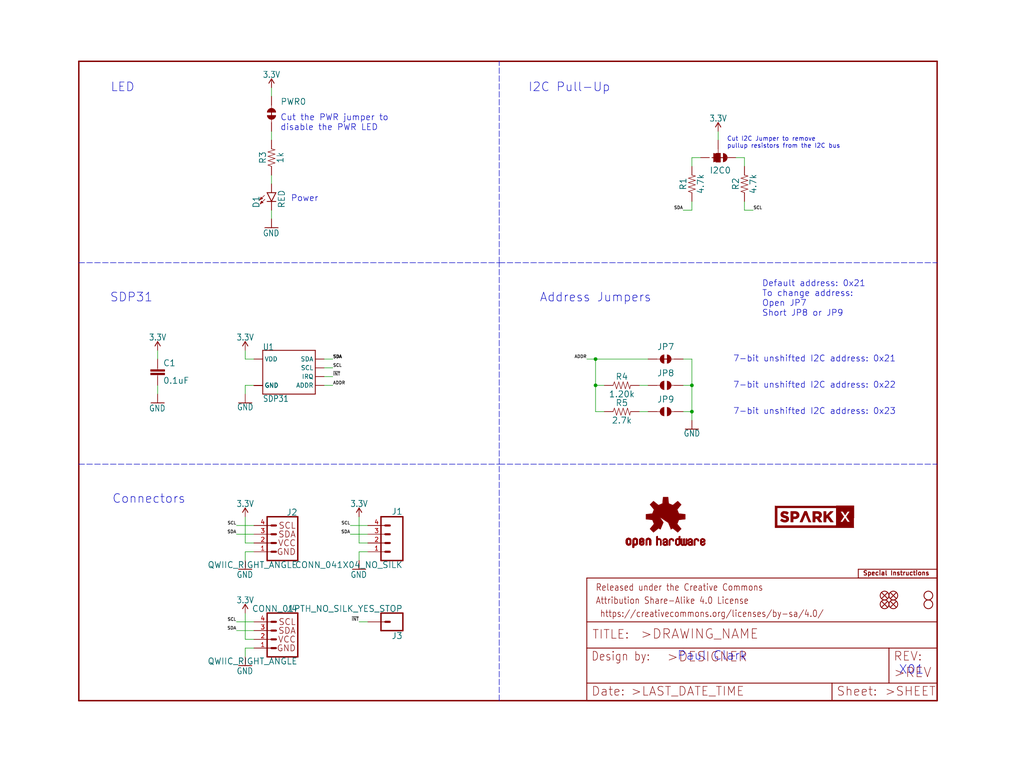
<source format=kicad_sch>
(kicad_sch (version 20211123) (generator eeschema)
  (paper "User" 297.002 223.926)
  (lib_symbols
    (symbol "eagleSchem-eagle-import:0.1UF-0603-25V-(+80{slash}-20%)"
      (property "Reference" "C" (at 1.524 2.921 0))
      (property "Value" "0.1UF-0603-25V-(+80{slash}-20%)" (at 1.524 -2.159 0))
      (symbol "0.1UF-0603-25V-(+80{slash}-20%)_1_0"
        (pin passive line (at 0 5.08 270) (length 2.54) (name "1") (number "1"))
        (pin passive line (at 0 -2.54 90) (length 2.54) (name "2") (number "2"))
      )
    )
    (symbol "eagleSchem-eagle-import:1.20KOHM-0603-1{slash}10W-1%"
      (property "Reference" "R" (at 0 1.524 0))
      (property "Value" "1.20KOHM-0603-1{slash}10W-1%" (at 0 -1.524 0))
      (symbol "1.20KOHM-0603-1{slash}10W-1%_1_0"
        (pin passive line (at -5.08 0 0) (length 2.54) (name "1") (number "1"))
        (pin passive line (at 5.08 0 180) (length 2.54) (name "2") (number "2"))
      )
    )
    (symbol "eagleSchem-eagle-import:1KOHM-0603-1{slash}10W-1%"
      (property "Reference" "R" (at 0 1.524 0))
      (property "Value" "1KOHM-0603-1{slash}10W-1%" (at 0 -1.524 0))
      (symbol "1KOHM-0603-1{slash}10W-1%_1_0"
        (pin passive line (at -5.08 0 0) (length 2.54) (name "1") (number "1"))
        (pin passive line (at 5.08 0 180) (length 2.54) (name "2") (number "2"))
      )
    )
    (symbol "eagleSchem-eagle-import:2.7KOHM-0603-1{slash}10W-1%"
      (property "Reference" "R" (at 0 1.524 0))
      (property "Value" "2.7KOHM-0603-1{slash}10W-1%" (at 0 -1.524 0))
      (symbol "2.7KOHM-0603-1{slash}10W-1%_1_0"
        (pin passive line (at -5.08 0 0) (length 2.54) (name "1") (number "1"))
        (pin passive line (at 5.08 0 180) (length 2.54) (name "2") (number "2"))
      )
    )
    (symbol "eagleSchem-eagle-import:3.3V" (power)
      (property "Value" "3.3V" (at 0 2.794 0))
      (symbol "3.3V_1_0"
        (pin power_in line (at 0 0 90) (length 2.54) (name "3.3V") (number "1"))
      )
    )
    (symbol "eagleSchem-eagle-import:4.7KOHM-0603-1{slash}10W-1%"
      (property "Reference" "R" (at 0 1.524 0))
      (property "Value" "4.7KOHM-0603-1{slash}10W-1%" (at 0 -1.524 0))
      (symbol "4.7KOHM-0603-1{slash}10W-1%_1_0"
        (pin passive line (at -5.08 0 0) (length 2.54) (name "1") (number "1"))
        (pin passive line (at 5.08 0 180) (length 2.54) (name "2") (number "2"))
      )
    )
    (symbol "eagleSchem-eagle-import:CONN_01PTH_NO_SILK_YES_STOP"
      (property "Reference" "J" (at -2.54 3.048 0))
      (property "Value" "CONN_01PTH_NO_SILK_YES_STOP" (at -2.54 -4.826 0))
      (symbol "CONN_01PTH_NO_SILK_YES_STOP_1_0"
        (pin passive line (at 7.62 0 180) (length 5.08) (name "1") (number "1"))
      )
    )
    (symbol "eagleSchem-eagle-import:CONN_041X04_NO_SILK"
      (property "Reference" "J" (at -5.08 8.128 0))
      (property "Value" "CONN_041X04_NO_SILK" (at -5.08 -7.366 0))
      (symbol "CONN_041X04_NO_SILK_1_0"
        (pin passive line (at 5.08 -2.54 180) (length 5.08) (name "1") (number "1"))
        (pin passive line (at 5.08 0 180) (length 5.08) (name "2") (number "2"))
        (pin passive line (at 5.08 2.54 180) (length 5.08) (name "3") (number "3"))
        (pin passive line (at 5.08 5.08 180) (length 5.08) (name "4") (number "4"))
      )
    )
    (symbol "eagleSchem-eagle-import:FIDUCIALUFIDUCIAL")
    (symbol "eagleSchem-eagle-import:FRAME-LETTER"
      (symbol "FRAME-LETTER_2_0"
        (text " https://creativecommons.org/licenses/by-sa/4.0/" (at 2.54 24.13 0) (effects (font (size 1.9304 1.6408)) (justify left bottom)))
        (text ">DESIGNER" (at 23.114 11.176 0) (effects (font (size 2.7432 2.7432)) (justify left bottom)))
        (text ">DRAWING_NAME" (at 15.494 17.78 0) (effects (font (size 2.7432 2.7432)) (justify left bottom)))
        (text ">LAST_DATE_TIME" (at 12.7 1.27 0) (effects (font (size 2.54 2.54)) (justify left bottom)))
        (text ">REV" (at 88.9 6.604 0) (effects (font (size 2.7432 2.7432)) (justify left bottom)))
        (text ">SHEET" (at 86.36 1.27 0) (effects (font (size 2.54 2.54)) (justify left bottom)))
        (text "Attribution Share-Alike 4.0 License" (at 2.54 27.94 0) (effects (font (size 1.9304 1.6408)) (justify left bottom)))
        (text "Date:" (at 1.27 1.27 0) (effects (font (size 2.54 2.54)) (justify left bottom)))
        (text "Design by:" (at 1.27 11.43 0) (effects (font (size 2.54 2.159)) (justify left bottom)))
        (text "Released under the Creative Commons" (at 2.54 31.75 0) (effects (font (size 1.9304 1.6408)) (justify left bottom)))
        (text "REV:" (at 88.9 11.43 0) (effects (font (size 2.54 2.54)) (justify left bottom)))
        (text "Sheet:" (at 72.39 1.27 0) (effects (font (size 2.54 2.54)) (justify left bottom)))
        (text "TITLE:" (at 1.524 17.78 0) (effects (font (size 2.54 2.54)) (justify left bottom)))
      )
    )
    (symbol "eagleSchem-eagle-import:GND" (power)
      (property "Value" "GND" (at 0 -0.254 0))
      (symbol "GND_1_0"
        (pin power_in line (at 0 2.54 270) (length 2.54) (name "GND") (number "1"))
      )
    )
    (symbol "eagleSchem-eagle-import:JUMPER-SMT_2_NC_TRACE_SILK"
      (property "Reference" "JP" (at -2.54 2.54 0))
      (property "Value" "JUMPER-SMT_2_NC_TRACE_SILK" (at -2.54 -2.54 0))
      (symbol "JUMPER-SMT_2_NC_TRACE_SILK_1_0"
        (pin passive line (at -5.08 0 0) (length 2.54) (name "1") (number "1"))
        (pin passive line (at 5.08 0 180) (length 2.54) (name "2") (number "2"))
      )
    )
    (symbol "eagleSchem-eagle-import:JUMPER-SMT_2_NO_SILK"
      (property "Reference" "JP" (at -2.54 2.54 0))
      (property "Value" "JUMPER-SMT_2_NO_SILK" (at -2.54 -2.54 0))
      (symbol "JUMPER-SMT_2_NO_SILK_1_0"
        (pin passive line (at -5.08 0 0) (length 2.54) (name "1") (number "1"))
        (pin passive line (at 5.08 0 180) (length 2.54) (name "2") (number "2"))
      )
    )
    (symbol "eagleSchem-eagle-import:JUMPER-SMT_3_2-NC_TRACE_SILK"
      (property "Reference" "JP" (at 2.54 0.381 0))
      (property "Value" "JUMPER-SMT_3_2-NC_TRACE_SILK" (at 2.54 -0.381 0))
      (symbol "JUMPER-SMT_3_2-NC_TRACE_SILK_1_0"
        (pin passive line (at 0 5.08 270) (length 2.54) (name "1") (number "1"))
        (pin passive line (at -5.08 0 0) (length 2.54) (name "2") (number "2"))
        (pin passive line (at 0 -5.08 90) (length 2.54) (name "3") (number "3"))
      )
    )
    (symbol "eagleSchem-eagle-import:LED-RED0603"
      (property "Reference" "D" (at -3.429 -4.572 90))
      (property "Value" "LED-RED0603" (at 1.905 -4.572 90))
      (symbol "LED-RED0603_1_0"
        (pin passive line (at 0 2.54 270) (length 2.54) (name "A") (number "A"))
        (pin passive line (at 0 -5.08 90) (length 2.54) (name "C") (number "C"))
      )
    )
    (symbol "eagleSchem-eagle-import:OSHW-LOGOS")
    (symbol "eagleSchem-eagle-import:QWIIC_CONNECTORJS-1MM"
      (property "Reference" "J" (at -5.08 7.874 0))
      (property "Value" "QWIIC_CONNECTORJS-1MM" (at -5.08 -5.334 0))
      (symbol "QWIIC_CONNECTORJS-1MM_1_0"
        (text "GND" (at -4.572 -2.54 0) (effects (font (size 1.778 1.778)) (justify left)))
        (text "SCL" (at -4.572 5.08 0) (effects (font (size 1.778 1.778)) (justify left)))
        (text "SDA" (at -4.572 2.54 0) (effects (font (size 1.778 1.778)) (justify left)))
        (text "VCC" (at -4.572 0 0) (effects (font (size 1.778 1.778)) (justify left)))
        (pin power_in line (at 7.62 -2.54 180) (length 5.08) (name "1") (number "1"))
        (pin power_in line (at 7.62 0 180) (length 5.08) (name "2") (number "2"))
        (pin passive line (at 7.62 2.54 180) (length 5.08) (name "3") (number "3"))
        (pin passive line (at 7.62 5.08 180) (length 5.08) (name "4") (number "4"))
      )
    )
    (symbol "eagleSchem-eagle-import:SDP3X_SDP31"
      (property "Reference" "U" (at -7.62 5.08 0))
      (property "Value" "SDP3X_SDP31" (at -7.62 -9.906 0))
      (symbol "SDP3X_SDP31_1_0"
        (pin power_in line (at -10.16 -5.08 0) (length 2.54) (name "GND") (number "1"))
        (pin power_in line (at -10.16 -5.08 0) (length 2.54) (name "GND") (number "10"))
        (pin power_in line (at -10.16 -5.08 0) (length 2.54) (name "GND") (number "11"))
        (pin power_in line (at -10.16 -5.08 0) (length 2.54) (name "GND") (number "2"))
        (pin power_in line (at -10.16 -5.08 0) (length 2.54) (name "GND") (number "3"))
        (pin output line (at 10.16 -2.54 180) (length 2.54) (name "IRQ") (number "4"))
        (pin bidirectional line (at 10.16 0 180) (length 2.54) (name "SCL") (number "5"))
        (pin power_in line (at -10.16 -5.08 0) (length 2.54) (name "GND") (number "6"))
        (pin power_in line (at -10.16 2.54 0) (length 2.54) (name "VDD") (number "7"))
        (pin bidirectional line (at 10.16 2.54 180) (length 2.54) (name "SDA") (number "8"))
        (pin bidirectional line (at 10.16 -5.08 180) (length 2.54) (name "ADDR") (number "9"))
        (pin power_in line (at -10.16 -5.08 0) (length 2.54) (name "GND") (number "DIEPAD1"))
        (pin power_in line (at -10.16 -5.08 0) (length 2.54) (name "GND") (number "DIEPAD2"))
      )
    )
    (symbol "eagleSchem-eagle-import:SPARKX-LOGO3")
    (symbol "eagleSchem-eagle-import:SPECIAL_INSTRUCTIONS-ORDERING"
      (symbol "SPECIAL_INSTRUCTIONS-ORDERING_1_0"
        (text "Special Instructions" (at 1.27 0.6985 0) (effects (font (size 1.27 1.27) (thickness 0.254) bold) (justify left bottom)))
      )
    )
    (symbol "eagleSchem-eagle-import:STAND-OFF")
  )
  (junction (at 200.66 111.76))
  (junction (at 200.66 119.38))
  (junction (at 172.72 111.76))
  (junction (at 172.72 104.14))
  (wire (pts (xy 172.72 104.14) (xy 170.18 104.14)))
  (wire (pts (xy 198.12 104.14) (xy 200.66 104.14)))
  (wire (pts (xy 200.66 111.76) (xy 200.66 119.38)))
  (wire (pts (xy 185.42 111.76) (xy 187.96 111.76)))
  (wire (pts (xy 106.68 152.4) (xy 101.6 152.4)))
  (polyline (pts (xy 144.78 203.2) (xy 144.78 134.62)))
  (wire (pts (xy 73.66 157.48) (xy 71.12 157.48)))
  (wire (pts (xy 73.66 185.42) (xy 71.12 185.42)))
  (wire (pts (xy 71.12 187.96) (xy 71.12 190.5)))
  (wire (pts (xy 45.72 104.14) (xy 45.72 101.6)))
  (wire (pts (xy 200.66 119.38) (xy 200.66 121.92)))
  (wire (pts (xy 93.98 104.14) (xy 96.52 104.14)))
  (wire (pts (xy 45.72 111.76) (xy 45.72 114.3)))
  (wire (pts (xy 208.28 38.1) (xy 208.28 40.64)))
  (wire (pts (xy 172.72 111.76) (xy 172.72 119.38)))
  (wire (pts (xy 106.68 160.02) (xy 104.14 160.02)))
  (wire (pts (xy 78.74 53.34) (xy 78.74 50.8)))
  (wire (pts (xy 78.74 40.64) (xy 78.74 38.1)))
  (wire (pts (xy 73.66 111.76) (xy 71.12 111.76)))
  (wire (pts (xy 73.66 160.02) (xy 71.12 160.02)))
  (polyline (pts (xy 144.78 76.2) (xy 144.78 17.78)))
  (wire (pts (xy 73.66 154.94) (xy 68.58 154.94)))
  (wire (pts (xy 71.12 185.42) (xy 71.12 177.8)))
  (wire (pts (xy 198.12 111.76) (xy 200.66 111.76)))
  (wire (pts (xy 73.66 180.34) (xy 68.58 180.34)))
  (wire (pts (xy 198.12 119.38) (xy 200.66 119.38)))
  (wire (pts (xy 215.9 58.42) (xy 215.9 60.96)))
  (wire (pts (xy 200.66 60.96) (xy 198.12 60.96)))
  (wire (pts (xy 200.66 45.72) (xy 203.2 45.72)))
  (wire (pts (xy 93.98 109.22) (xy 96.52 109.22)))
  (wire (pts (xy 106.68 157.48) (xy 104.14 157.48)))
  (wire (pts (xy 73.66 104.14) (xy 71.12 104.14)))
  (wire (pts (xy 104.14 157.48) (xy 104.14 149.86)))
  (wire (pts (xy 200.66 48.26) (xy 200.66 45.72)))
  (wire (pts (xy 104.14 160.02) (xy 104.14 162.56)))
  (wire (pts (xy 73.66 152.4) (xy 68.58 152.4)))
  (wire (pts (xy 78.74 63.5) (xy 78.74 60.96)))
  (wire (pts (xy 73.66 182.88) (xy 68.58 182.88)))
  (wire (pts (xy 106.68 180.34) (xy 104.14 180.34)))
  (wire (pts (xy 93.98 106.68) (xy 96.52 106.68)))
  (wire (pts (xy 175.26 111.76) (xy 172.72 111.76)))
  (polyline (pts (xy 22.86 134.62) (xy 144.78 134.62)))
  (wire (pts (xy 71.12 157.48) (xy 71.12 149.86)))
  (polyline (pts (xy 144.78 134.62) (xy 271.78 134.62)))
  (polyline (pts (xy 22.86 76.2) (xy 144.78 76.2)))
  (wire (pts (xy 200.66 104.14) (xy 200.66 111.76)))
  (wire (pts (xy 71.12 160.02) (xy 71.12 162.56)))
  (polyline (pts (xy 144.78 76.2) (xy 271.78 76.2)))
  (wire (pts (xy 215.9 60.96) (xy 218.44 60.96)))
  (wire (pts (xy 106.68 154.94) (xy 101.6 154.94)))
  (wire (pts (xy 175.26 119.38) (xy 172.72 119.38)))
  (wire (pts (xy 213.36 45.72) (xy 215.9 45.72)))
  (wire (pts (xy 185.42 119.38) (xy 187.96 119.38)))
  (wire (pts (xy 187.96 104.14) (xy 172.72 104.14)))
  (wire (pts (xy 71.12 104.14) (xy 71.12 101.6)))
  (wire (pts (xy 71.12 111.76) (xy 71.12 114.3)))
  (polyline (pts (xy 144.78 134.62) (xy 144.78 76.2)))
  (wire (pts (xy 78.74 27.94) (xy 78.74 25.4)))
  (wire (pts (xy 172.72 104.14) (xy 172.72 111.76)))
  (wire (pts (xy 93.98 111.76) (xy 96.52 111.76)))
  (wire (pts (xy 215.9 45.72) (xy 215.9 48.26)))
  (wire (pts (xy 200.66 60.96) (xy 200.66 58.42)))
  (wire (pts (xy 73.66 187.96) (xy 71.12 187.96)))
  (text "I2C Pull-Up" (at 165.1 25.4 180) (effects (font (size 2.54 2.54))))
  (text "Default address: 0x21\nTo change address:\nOpen JP7\nShort JP8 or JP9" (at 220.98 81.28 180) (effects (font (size 1.778 1.778)) (justify left top)))
  (text "Paul Clark" (at 196.342 191.77 180) (effects (font (size 2.54 2.54)) (justify left bottom)))
  (text "Cut I2C Jumper to remove\npullup resistors from the I2C bus" (at 210.82 43.18 180) (effects (font (size 1.27 1.27)) (justify left bottom)))
  (text "Address Jumpers" (at 172.72 86.36 180) (effects (font (size 2.54 2.54))))
  (text "7-bit unshifted I2C address: 0x22" (at 236.22 111.76 180) (effects (font (size 1.778 1.778))))
  (text "X01" (at 260.604 195.834 180) (effects (font (size 2.54 2.54)) (justify left bottom)))
  (text "LED" (at 35.56 25.4 180) (effects (font (size 2.54 2.54))))
  (text "Cut the PWR jumper to\ndisable the PWR LED" (at 81.28 38.1 180) (effects (font (size 1.778 1.778)) (justify left bottom)))
  (text "Connectors" (at 43.18 144.78 180) (effects (font (size 2.54 2.54))))
  (text "SDP31" (at 38.1 86.36 180) (effects (font (size 2.54 2.54))))
  (text "7-bit unshifted I2C address: 0x21" (at 236.22 104.14 180) (effects (font (size 1.778 1.778))))
  (text "Power" (at 84.328 58.674 180) (effects (font (size 1.778 1.778)) (justify left bottom)))
  (text "7-bit unshifted I2C address: 0x23" (at 236.22 119.38 180) (effects (font (size 1.778 1.778))))
  (label "SDA" (at 101.6 154.94 180) (effects (font (size 0.889 0.889))))
  (label "SCL" (at 218.44 60.96 0) (effects (font (size 0.889 0.889))))
  (label "SCL" (at 68.58 152.4 180) (effects (font (size 0.889 0.889))))
  (label "SDA" (at 96.52 104.14 0) (effects (font (size 0.889 0.889))))
  (label "SCL" (at 96.52 106.68 0) (effects (font (size 0.889 0.889))))
  (label "SDA" (at 96.52 104.14 0) (effects (font (size 0.889 0.889))))
  (label "~{INT}" (at 96.52 109.22 0) (effects (font (size 0.889 0.889))))
  (label "SDA" (at 68.58 182.88 180) (effects (font (size 0.889 0.889))))
  (label "SDA" (at 96.52 104.14 0) (effects (font (size 0.889 0.889))))
  (label "SDA" (at 198.12 60.96 180) (effects (font (size 0.889 0.889))))
  (label "ADDR" (at 96.52 111.76 0) (effects (font (size 0.889 0.889))))
  (label "ADDR" (at 170.18 104.14 180) (effects (font (size 0.889 0.889))))
  (label "SDA" (at 68.58 154.94 180) (effects (font (size 0.889 0.889))))
  (label "SCL" (at 101.6 152.4 180) (effects (font (size 0.889 0.889))))
  (label "SCL" (at 68.58 180.34 180) (effects (font (size 0.889 0.889))))
  (label "SDA" (at 96.52 104.14 0) (effects (font (size 0.889 0.889))))
  (label "SDA" (at 96.52 104.14 0) (effects (font (size 0.889 0.889))))
  (label "~{INT}" (at 104.14 180.34 180) (effects (font (size 0.889 0.889))))
  (symbol (lib_id "eagleSchem-eagle-import:3.3V") (at 104.14 149.86 0) (unit 1)
    (property "Reference" "#SUPPLY7" (effects hide))
    (property "Value" "3.3V" (at 104.14 147.066 0) (effects (font (size 1.778 1.5113)) (justify bottom)))
    (property "Footprint" "eagleSchem:" (effects hide))
  )
  (symbol (lib_id "eagleSchem-eagle-import:GND") (at 71.12 116.84 0) (unit 1)
    (property "Reference" "#GND1" (effects hide))
    (property "Value" "GND" (at 71.12 117.094 0) (effects (font (size 1.778 1.5113)) (justify top)))
    (property "Footprint" "eagleSchem:" (effects hide))
  )
  (symbol (lib_id "eagleSchem-eagle-import:STAND-OFF") (at 269.24 172.72 0) (unit 1)
    (property "Reference" "JP3" (effects hide))
    (property "Value" "STAND-OFF" (effects hide))
    (property "Footprint" "eagleSchem:STAND-OFF" (effects hide))
  )
  (symbol (lib_id "eagleSchem-eagle-import:3.3V") (at 208.28 38.1 0) (unit 1)
    (property "Reference" "#SUPPLY9" (effects hide))
    (property "Value" "3.3V" (at 208.28 35.306 0) (effects (font (size 1.778 1.5113)) (justify bottom)))
    (property "Footprint" "eagleSchem:" (effects hide))
  )
  (symbol (lib_id "eagleSchem-eagle-import:LED-RED0603") (at 78.74 55.88 0) (unit 1)
    (property "Reference" "D1" (at 75.311 60.452 90) (effects (font (size 1.778 1.778)) (justify left bottom)))
    (property "Value" "RED" (at 80.645 60.452 90) (effects (font (size 1.778 1.778)) (justify left top)))
    (property "Footprint" "eagleSchem:LED-0603" (effects hide))
  )
  (symbol (lib_id "eagleSchem-eagle-import:QWIIC_CONNECTORJS-1MM") (at 81.28 157.48 0) (mirror y) (unit 1)
    (property "Reference" "J2" (at 86.36 149.606 0) (effects (font (size 1.778 1.778)) (justify left bottom)))
    (property "Value" "QWIIC_RIGHT_ANGLE" (at 86.36 162.814 0) (effects (font (size 1.778 1.778)) (justify left top)))
    (property "Footprint" "eagleSchem:JST04_1MM_RA" (effects hide))
  )
  (symbol (lib_id "eagleSchem-eagle-import:GND") (at 71.12 193.04 0) (unit 1)
    (property "Reference" "#GND8" (effects hide))
    (property "Value" "GND" (at 68.58 195.58 0) (effects (font (size 1.778 1.5113)) (justify left bottom)))
    (property "Footprint" "eagleSchem:" (effects hide))
  )
  (symbol (lib_id "eagleSchem-eagle-import:JUMPER-SMT_3_2-NC_TRACE_SILK") (at 208.28 45.72 270) (unit 1)
    (property "Reference" "I2C0" (at 205.74 50.419 90) (effects (font (size 1.778 1.778)) (justify left bottom)))
    (property "Value" "JUMPER-SMT_3_2-NC_TRACE_SILK" (effects hide))
    (property "Footprint" "eagleSchem:SMT-JUMPER_3_2-NC_TRACE_SILK" (effects hide))
  )
  (symbol (lib_id "eagleSchem-eagle-import:4.7KOHM-0603-1{slash}10W-1%") (at 215.9 53.34 90) (unit 1)
    (property "Reference" "R2" (at 214.376 53.34 0) (effects (font (size 1.778 1.778)) (justify bottom)))
    (property "Value" "4.7k" (at 217.424 53.34 0) (effects (font (size 1.778 1.778)) (justify top)))
    (property "Footprint" "eagleSchem:0603" (effects hide))
  )
  (symbol (lib_id "eagleSchem-eagle-import:2.7KOHM-0603-1{slash}10W-1%") (at 180.34 119.38 0) (unit 1)
    (property "Reference" "R5" (at 180.34 117.856 0) (effects (font (size 1.778 1.778)) (justify bottom)))
    (property "Value" "2.7k" (at 180.34 120.904 0) (effects (font (size 1.778 1.778)) (justify top)))
    (property "Footprint" "eagleSchem:0603" (effects hide))
  )
  (symbol (lib_id "eagleSchem-eagle-import:GND") (at 71.12 165.1 0) (unit 1)
    (property "Reference" "#GND6" (effects hide))
    (property "Value" "GND" (at 68.58 167.64 0) (effects (font (size 1.778 1.5113)) (justify left bottom)))
    (property "Footprint" "eagleSchem:" (effects hide))
  )
  (symbol (lib_id "eagleSchem-eagle-import:FIDUCIALUFIDUCIAL") (at 256.54 172.72 0) (unit 1)
    (property "Reference" "JP2" (effects hide))
    (property "Value" "FIDUCIALUFIDUCIAL" (effects hide))
    (property "Footprint" "eagleSchem:FIDUCIAL-MICRO" (effects hide))
  )
  (symbol (lib_id "eagleSchem-eagle-import:4.7KOHM-0603-1{slash}10W-1%") (at 200.66 53.34 90) (unit 1)
    (property "Reference" "R1" (at 199.136 53.34 0) (effects (font (size 1.778 1.778)) (justify bottom)))
    (property "Value" "4.7k" (at 202.184 53.34 0) (effects (font (size 1.778 1.778)) (justify top)))
    (property "Footprint" "eagleSchem:0603" (effects hide))
  )
  (symbol (lib_id "eagleSchem-eagle-import:3.3V") (at 78.74 25.4 0) (unit 1)
    (property "Reference" "#SUPPLY10" (effects hide))
    (property "Value" "3.3V" (at 78.74 22.606 0) (effects (font (size 1.778 1.5113)) (justify bottom)))
    (property "Footprint" "eagleSchem:" (effects hide))
  )
  (symbol (lib_id "eagleSchem-eagle-import:3.3V") (at 71.12 177.8 0) (unit 1)
    (property "Reference" "#SUPPLY8" (effects hide))
    (property "Value" "3.3V" (at 71.12 175.006 0) (effects (font (size 1.778 1.5113)) (justify bottom)))
    (property "Footprint" "eagleSchem:" (effects hide))
  )
  (symbol (lib_id "eagleSchem-eagle-import:FIDUCIALUFIDUCIAL") (at 259.08 175.26 0) (unit 1)
    (property "Reference" "JP1" (effects hide))
    (property "Value" "FIDUCIALUFIDUCIAL" (effects hide))
    (property "Footprint" "eagleSchem:FIDUCIAL-MICRO" (effects hide))
  )
  (symbol (lib_id "eagleSchem-eagle-import:FIDUCIALUFIDUCIAL") (at 256.54 175.26 0) (unit 1)
    (property "Reference" "JP5" (effects hide))
    (property "Value" "FIDUCIALUFIDUCIAL" (effects hide))
    (property "Footprint" "eagleSchem:FIDUCIAL-MICRO" (effects hide))
  )
  (symbol (lib_id "eagleSchem-eagle-import:FRAME-LETTER") (at 22.86 203.2 0) (unit 1)
    (property "Reference" "FRAME1" (effects hide))
    (property "Value" "FRAME-LETTER" (effects hide))
    (property "Footprint" "eagleSchem:CREATIVE_COMMONS" (effects hide))
  )
  (symbol (lib_id "eagleSchem-eagle-import:SPARKX-LOGO3") (at 236.22 149.86 0) (unit 1)
    (property "Reference" "U$18" (effects hide))
    (property "Value" "SPARKX-LOGO3" (effects hide))
    (property "Footprint" "eagleSchem:SPARKX-SMALL" (effects hide))
  )
  (symbol (lib_id "eagleSchem-eagle-import:JUMPER-SMT_2_NC_TRACE_SILK") (at 78.74 33.02 90) (unit 1)
    (property "Reference" "PWR0" (at 81.28 30.48 90) (effects (font (size 1.778 1.778)) (justify right top)))
    (property "Value" "JUMPER-SMT_2_NC_TRACE_SILK" (effects hide))
    (property "Footprint" "eagleSchem:SMT-JUMPER_2_NC_TRACE_SILK" (effects hide))
  )
  (symbol (lib_id "eagleSchem-eagle-import:JUMPER-SMT_2_NO_SILK") (at 193.04 119.38 0) (unit 1)
    (property "Reference" "JP9" (at 190.5 116.84 0) (effects (font (size 1.778 1.778)) (justify left bottom)))
    (property "Value" "JUMPER-SMT_2_NO_SILK" (effects hide))
    (property "Footprint" "eagleSchem:SMT-JUMPER_2_NO_SILK" (effects hide))
  )
  (symbol (lib_id "eagleSchem-eagle-import:JUMPER-SMT_2_NO_SILK") (at 193.04 111.76 0) (unit 1)
    (property "Reference" "JP8" (at 190.5 109.22 0) (effects (font (size 1.778 1.778)) (justify left bottom)))
    (property "Value" "JUMPER-SMT_2_NO_SILK" (effects hide))
    (property "Footprint" "eagleSchem:SMT-JUMPER_2_NO_SILK" (effects hide))
  )
  (symbol (lib_id "eagleSchem-eagle-import:GND") (at 200.66 124.46 0) (unit 1)
    (property "Reference" "#GND4" (effects hide))
    (property "Value" "GND" (at 200.66 124.714 0) (effects (font (size 1.778 1.5113)) (justify top)))
    (property "Footprint" "eagleSchem:" (effects hide))
  )
  (symbol (lib_id "eagleSchem-eagle-import:CONN_041X04_NO_SILK") (at 111.76 157.48 0) (mirror y) (unit 1)
    (property "Reference" "J1" (at 116.84 149.352 0) (effects (font (size 1.778 1.778)) (justify left bottom)))
    (property "Value" "CONN_041X04_NO_SILK" (at 116.84 164.846 0) (effects (font (size 1.778 1.778)) (justify left bottom)))
    (property "Footprint" "eagleSchem:1X04_NO_SILK" (effects hide))
  )
  (symbol (lib_id "eagleSchem-eagle-import:0.1UF-0603-25V-(+80{slash}-20%)") (at 45.72 109.22 0) (unit 1)
    (property "Reference" "C1" (at 47.244 106.299 0) (effects (font (size 1.778 1.778)) (justify left bottom)))
    (property "Value" "0.1uF" (at 47.244 111.379 0) (effects (font (size 1.778 1.778)) (justify left bottom)))
    (property "Footprint" "eagleSchem:0603" (effects hide))
  )
  (symbol (lib_id "eagleSchem-eagle-import:FRAME-LETTER") (at 170.18 203.2 0) (unit 2)
    (property "Reference" "FRAME1" (effects hide))
    (property "Value" "FRAME-LETTER" (effects hide))
    (property "Footprint" "eagleSchem:CREATIVE_COMMONS" (effects hide))
  )
  (symbol (lib_id "eagleSchem-eagle-import:STAND-OFF") (at 269.24 175.26 0) (unit 1)
    (property "Reference" "JP4" (effects hide))
    (property "Value" "STAND-OFF" (effects hide))
    (property "Footprint" "eagleSchem:STAND-OFF" (effects hide))
  )
  (symbol (lib_id "eagleSchem-eagle-import:SDP3X_SDP31") (at 83.82 106.68 0) (unit 1)
    (property "Reference" "U1" (at 76.2 101.6 0) (effects (font (size 1.778 1.5113)) (justify left bottom)))
    (property "Value" "SDP31" (at 76.2 116.586 0) (effects (font (size 1.778 1.5113)) (justify left bottom)))
    (property "Footprint" "eagleSchem:SDP3X" (effects hide))
  )
  (symbol (lib_id "eagleSchem-eagle-import:JUMPER-SMT_2_NC_TRACE_SILK") (at 193.04 104.14 0) (unit 1)
    (property "Reference" "JP7" (at 190.5 101.6 0) (effects (font (size 1.778 1.778)) (justify left bottom)))
    (property "Value" "JUMPER-SMT_2_NC_TRACE_SILK" (effects hide))
    (property "Footprint" "eagleSchem:SMT-JUMPER_2_NC_TRACE_SILK" (effects hide))
  )
  (symbol (lib_id "eagleSchem-eagle-import:1KOHM-0603-1{slash}10W-1%") (at 78.74 45.72 90) (unit 1)
    (property "Reference" "R3" (at 77.216 45.72 0) (effects (font (size 1.778 1.778)) (justify bottom)))
    (property "Value" "1k" (at 80.264 45.72 0) (effects (font (size 1.778 1.778)) (justify top)))
    (property "Footprint" "eagleSchem:0603" (effects hide))
  )
  (symbol (lib_id "eagleSchem-eagle-import:3.3V") (at 71.12 101.6 0) (unit 1)
    (property "Reference" "#SUPPLY1" (effects hide))
    (property "Value" "3.3V" (at 71.12 98.806 0) (effects (font (size 1.778 1.5113)) (justify bottom)))
    (property "Footprint" "eagleSchem:" (effects hide))
  )
  (symbol (lib_id "eagleSchem-eagle-import:SPECIAL_INSTRUCTIONS-ORDERING") (at 248.92 167.64 0) (unit 1)
    (property "Reference" "LOGO1" (effects hide))
    (property "Value" "SPECIAL_INSTRUCTIONS-ORDERING" (effects hide))
    (property "Footprint" "eagleSchem:ORDERING_INSTRUCTIONS" (effects hide))
  )
  (symbol (lib_id "eagleSchem-eagle-import:GND") (at 45.72 116.84 0) (unit 1)
    (property "Reference" "#GND2" (effects hide))
    (property "Value" "GND" (at 43.18 119.38 0) (effects (font (size 1.778 1.5113)) (justify left bottom)))
    (property "Footprint" "eagleSchem:" (effects hide))
  )
  (symbol (lib_id "eagleSchem-eagle-import:GND") (at 104.14 165.1 0) (unit 1)
    (property "Reference" "#GND7" (effects hide))
    (property "Value" "GND" (at 101.6 167.64 0) (effects (font (size 1.778 1.5113)) (justify left bottom)))
    (property "Footprint" "eagleSchem:" (effects hide))
  )
  (symbol (lib_id "eagleSchem-eagle-import:1.20KOHM-0603-1{slash}10W-1%") (at 180.34 111.76 0) (unit 1)
    (property "Reference" "R4" (at 180.34 110.236 0) (effects (font (size 1.778 1.778)) (justify bottom)))
    (property "Value" "1.20k" (at 180.34 113.284 0) (effects (font (size 1.778 1.778)) (justify top)))
    (property "Footprint" "eagleSchem:0603" (effects hide))
  )
  (symbol (lib_id "eagleSchem-eagle-import:3.3V") (at 71.12 149.86 0) (unit 1)
    (property "Reference" "#SUPPLY4" (effects hide))
    (property "Value" "3.3V" (at 71.12 147.066 0) (effects (font (size 1.778 1.5113)) (justify bottom)))
    (property "Footprint" "eagleSchem:" (effects hide))
  )
  (symbol (lib_id "eagleSchem-eagle-import:OSHW-LOGOS") (at 193.04 149.86 0) (unit 1)
    (property "Reference" "LOGO5" (effects hide))
    (property "Value" "OSHW-LOGOS" (effects hide))
    (property "Footprint" "eagleSchem:OSHW-LOGO-S" (effects hide))
  )
  (symbol (lib_id "eagleSchem-eagle-import:QWIIC_CONNECTORJS-1MM") (at 81.28 185.42 0) (mirror y) (unit 1)
    (property "Reference" "J4" (at 86.36 177.546 0) (effects (font (size 1.778 1.778)) (justify left bottom)))
    (property "Value" "QWIIC_RIGHT_ANGLE" (at 86.36 190.754 0) (effects (font (size 1.778 1.778)) (justify left top)))
    (property "Footprint" "eagleSchem:JST04_1MM_RA" (effects hide))
  )
  (symbol (lib_id "eagleSchem-eagle-import:3.3V") (at 45.72 101.6 0) (unit 1)
    (property "Reference" "#SUPPLY3" (effects hide))
    (property "Value" "3.3V" (at 45.72 98.806 0) (effects (font (size 1.778 1.5113)) (justify bottom)))
    (property "Footprint" "eagleSchem:" (effects hide))
  )
  (symbol (lib_id "eagleSchem-eagle-import:GND") (at 78.74 66.04 0) (unit 1)
    (property "Reference" "#GND3" (effects hide))
    (property "Value" "GND" (at 76.2 68.58 0) (effects (font (size 1.778 1.5113)) (justify left bottom)))
    (property "Footprint" "eagleSchem:" (effects hide))
  )
  (symbol (lib_id "eagleSchem-eagle-import:FIDUCIALUFIDUCIAL") (at 259.08 172.72 0) (unit 1)
    (property "Reference" "JP6" (effects hide))
    (property "Value" "FIDUCIALUFIDUCIAL" (effects hide))
    (property "Footprint" "eagleSchem:FIDUCIAL-MICRO" (effects hide))
  )
  (symbol (lib_id "eagleSchem-eagle-import:CONN_01PTH_NO_SILK_YES_STOP") (at 114.3 180.34 180) (unit 1)
    (property "Reference" "J3" (at 116.84 183.388 0) (effects (font (size 1.778 1.778)) (justify left bottom)))
    (property "Value" "CONN_01PTH_NO_SILK_YES_STOP" (at 116.84 175.514 0) (effects (font (size 1.778 1.778)) (justify left bottom)))
    (property "Footprint" "eagleSchem:1X01_NO_SILK" (effects hide))
  )
)
</source>
